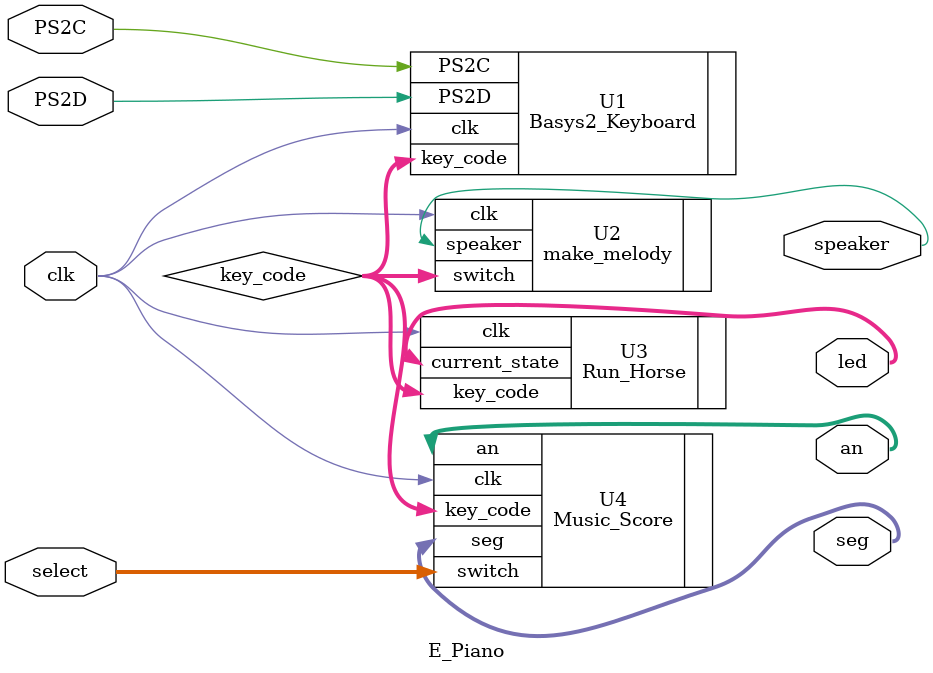
<source format=v>
module E_Piano(
     input wire clk,        //Basys2时钟，50MHz
	 input wire PS2C,       //PS2接口的时钟
	 input wire PS2D,       //PS2接口的数据
	 input wire [1:0]select,
	 output wire [7:0] led,    //Basys2上的8个LED灯，用于跑马灯效果
	 output wire [6:0] seg,  //七段数码管的显示    
	 output wire [3:0] an,   //七段数码管的使能端
	 output speaker         //Pmod—AMP模块的蜂鸣器
    );
	 wire [7:0]key_code;
	 
    Basys2_Keyboard U1(
	 .clk(clk),
	 .PS2C(PS2C),
	 .PS2D(PS2D),
	 .key_code(key_code)
	 );
	 
	 make_melody U2(
	 .clk(clk),
	 .switch(key_code),
	 .speaker(speaker)
	 );
	 
	 Run_Horse U3(
	 .clk(clk),
	 .key_code(key_code),
	 .current_state(led)
	 );
	 
	 Music_Score U4(
	 .clk(clk),
	 .switch(select),
	 .key_code(key_code),
	 .seg(seg),
	 .an(an)
	 );
	 
	 endmodule

</source>
